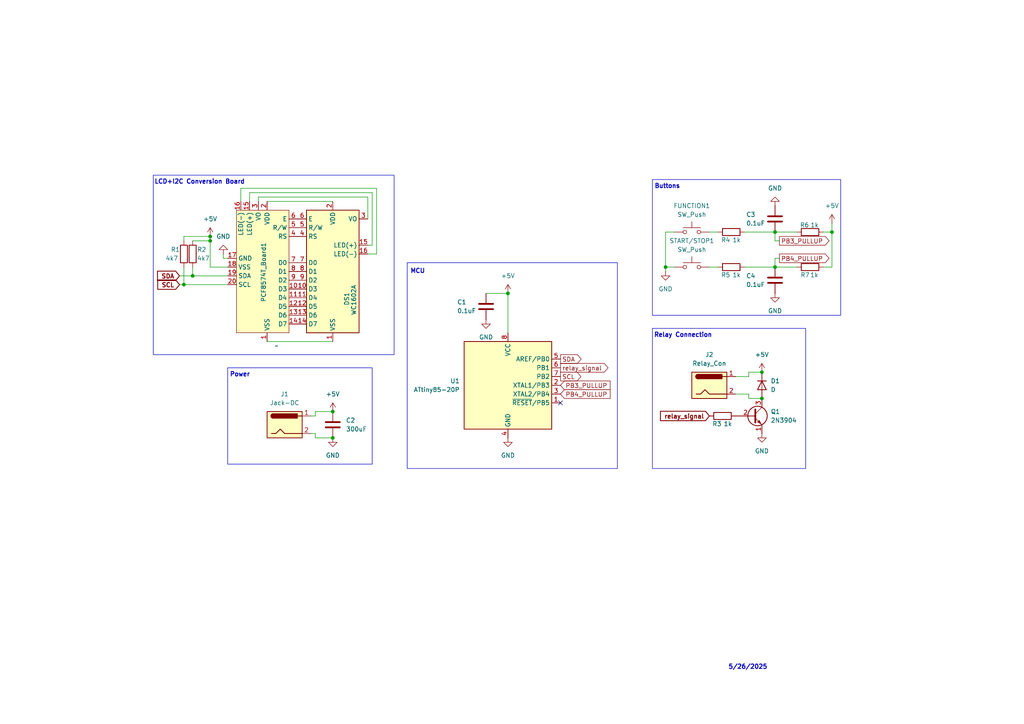
<source format=kicad_sch>
(kicad_sch (version 20231120) (generator "eeschema") (generator_version "8.0")
  (paper "A4")
  (lib_symbols
    (symbol "Connector:Jack-DC" (pin_names (offset 1.016))
      (property "Reference" "J" (at 0 5.334 0))
      (property "Value" "Jack-DC" (at 0 -5.08 0))
      (symbol "Jack-DC_0_1"
        (rectangle (start -5.08 3.81) (end 5.08 -3.81) (stroke (width 0.254)) (fill (type background)))
        (arc (start -3.302 3.175) (mid -3.9343 2.54) (end -3.302 1.905) (stroke (width 0.254)))
        (arc (start -3.302 3.175) (mid -3.9343 2.54) (end -3.302 1.905) (stroke (width 0.254)) (fill (type outline)))
        (polyline (pts (xy 5.08 2.54) (xy 3.81 2.54)) (stroke (width 0.254)))
        (polyline (pts (xy -3.81 -2.54) (xy -2.54 -2.54) (xy -1.27 -1.27) (xy 0 -2.54) (xy 2.54 -2.54) (xy 5.08 -2.54)) (stroke (width 0.254)))
        (rectangle (start 3.683 3.175) (end -3.302 1.905) (stroke (width 0.254)) (fill (type outline)))
      )
      (symbol "Jack-DC_1_1"
        (pin passive line (at 7.62 2.54 180) (length 2.54) (name "~") (number "1"))
        (pin passive line (at 7.62 -2.54 180) (length 2.54) (name "~") (number "2"))
      )
    )
    (symbol "Device:C" (pin_numbers hide) (pin_names (offset 0.254))
      (property "Reference" "C" (at 0.635 2.54 0))
      (property "Value" "C" (at 0.635 -2.54 0))
      (symbol "C_0_1"
        (polyline (pts (xy -2.032 -0.762) (xy 2.032 -0.762)) (stroke (width 0.508)))
        (polyline (pts (xy -2.032 0.762) (xy 2.032 0.762)) (stroke (width 0.508)))
      )
      (symbol "C_1_1"
        (pin passive line (at 0 3.81 270) (length 2.794) (name "~") (number "1"))
        (pin passive line (at 0 -3.81 90) (length 2.794) (name "~") (number "2"))
      )
    )
    (symbol "Device:D" (pin_numbers hide) (pin_names (offset 1.016) hide)
      (property "Reference" "D" (at 0 2.54 0))
      (property "Value" "D" (at 0 -2.54 0))
      (symbol "D_0_1"
        (polyline (pts (xy -1.27 1.27) (xy -1.27 -1.27)) (stroke (width 0.254)))
        (polyline (pts (xy 1.27 0) (xy -1.27 0)))
        (polyline (pts (xy 1.27 1.27) (xy 1.27 -1.27) (xy -1.27 0) (xy 1.27 1.27)) (stroke (width 0.254)))
      )
      (symbol "D_1_1"
        (pin passive line (at -3.81 0 0) (length 2.54) (name "K") (number "1"))
        (pin passive line (at 3.81 0 180) (length 2.54) (name "A") (number "2"))
      )
    )
    (symbol "Device:R" (pin_numbers hide) (pin_names (offset 0))
      (property "Reference" "R" (at 2.032 0 90))
      (property "Value" "R" (at 0 0 90))
      (symbol "R_0_1"
        (rectangle (start -1.016 -2.54) (end 1.016 2.54) (stroke (width 0.254)))
      )
      (symbol "R_1_1"
        (pin passive line (at 0 3.81 270) (length 1.27) (name "~") (number "1"))
        (pin passive line (at 0 -3.81 90) (length 1.27) (name "~") (number "2"))
      )
    )
    (symbol "Display_Character:WC1602A"
      (property "Reference" "DS1" (at 2.1941 22.86 0))
      (property "Value" "WC1602A" (at 2.1941 20.32 0))
      (symbol "WC1602A_1_1"
        (rectangle (start -7.62 17.78) (end 7.62 -17.78) (stroke (width 0.254)) (fill (type background)))
        (pin power_in line (at 0 -20.32 90) (length 2.54) (name "VSS") (number "1"))
        (pin input line (at -10.16 -5.08 0) (length 2.54) (name "D3") (number "10"))
        (pin input line (at -10.16 -7.62 0) (length 2.54) (name "D4") (number "11"))
        (pin input line (at -10.16 -10.16 0) (length 2.54) (name "D5") (number "12"))
        (pin input line (at -10.16 -12.7 0) (length 2.54) (name "D6") (number "13"))
        (pin input line (at -10.16 -15.24 0) (length 2.54) (name "D7") (number "14"))
        (pin power_in line (at 10.16 7.62 180) (length 2.54) (name "LED(+)") (number "15"))
        (pin power_in line (at 10.16 5.08 180) (length 2.54) (name "LED(-)") (number "16"))
        (pin power_in line (at 0 20.32 270) (length 2.54) (name "VDD") (number "2"))
        (pin input line (at 10.16 15.24 180) (length 2.54) (name "VO") (number "3"))
        (pin input line (at -10.16 10.16 0) (length 2.54) (name "RS") (number "4"))
        (pin input line (at -10.16 12.7 0) (length 2.54) (name "R/W") (number "5"))
        (pin input line (at -10.16 15.24 0) (length 2.54) (name "E") (number "6"))
        (pin input line (at -10.16 2.54 0) (length 2.54) (name "D0") (number "7"))
        (pin input line (at -10.16 0 0) (length 2.54) (name "D1") (number "8"))
        (pin input line (at -10.16 -2.54 0) (length 2.54) (name "D2") (number "9"))
      )
    )
    (symbol "MCU_Microchip_ATtiny:ATtiny85-20P"
      (property "Reference" "U" (at -12.7 13.97 0))
      (property "Value" "ATtiny85-20P" (at 2.54 -13.97 0))
      (symbol "ATtiny85-20P_0_1"
        (rectangle (start -12.7 -12.7) (end 12.7 12.7) (stroke (width 0.254)) (fill (type background)))
      )
      (symbol "ATtiny85-20P_1_1"
        (pin bidirectional line (at 15.24 -5.08 180) (length 2.54) (name "~{RESET}/PB5") (number "1"))
        (pin bidirectional line (at 15.24 0 180) (length 2.54) (name "XTAL1/PB3") (number "2"))
        (pin bidirectional line (at 15.24 -2.54 180) (length 2.54) (name "XTAL2/PB4") (number "3"))
        (pin power_in line (at 0 -15.24 90) (length 2.54) (name "GND") (number "4"))
        (pin bidirectional line (at 15.24 7.62 180) (length 2.54) (name "AREF/PB0") (number "5"))
        (pin bidirectional line (at 15.24 5.08 180) (length 2.54) (name "PB1") (number "6"))
        (pin bidirectional line (at 15.24 2.54 180) (length 2.54) (name "PB2") (number "7"))
        (pin power_in line (at 0 15.24 270) (length 2.54) (name "VCC") (number "8"))
      )
    )
    (symbol "Switch:SW_Push" (pin_numbers hide) (pin_names (offset 1.016) hide)
      (property "Reference" "SW" (at 1.27 2.54 0))
      (property "Value" "SW_Push" (at 0 -1.524 0))
      (symbol "SW_Push_0_1"
        (circle (center -2.032 0) (radius 0.508))
        (polyline (pts (xy 0 1.27) (xy 0 3.048)))
        (polyline (pts (xy 2.54 1.27) (xy -2.54 1.27)))
        (circle (center 2.032 0) (radius 0.508))
        (pin passive line (at -5.08 0 0) (length 2.54) (name "1") (number "1"))
        (pin passive line (at 5.08 0 180) (length 2.54) (name "2") (number "2"))
      )
    )
    (symbol "Transistor_BJT:2N3904" (pin_names (offset 0) hide)
      (property "Reference" "Q" (at 5.08 1.905 0))
      (property "Value" "2N3904" (at 5.08 0 0))
      (symbol "2N3904_0_1"
        (polyline (pts (xy 0.635 0.635) (xy 2.54 2.54)))
        (polyline (pts (xy 0.635 -0.635) (xy 2.54 -2.54) (xy 2.54 -2.54)))
        (polyline (pts (xy 0.635 1.905) (xy 0.635 -1.905) (xy 0.635 -1.905)) (stroke (width 0.508)))
        (polyline (pts (xy 1.27 -1.778) (xy 1.778 -1.27) (xy 2.286 -2.286) (xy 1.27 -1.778) (xy 1.27 -1.778)) (fill (type outline)))
        (circle (center 1.27 0) (radius 2.8194) (stroke (width 0.254)))
      )
      (symbol "2N3904_1_1"
        (pin passive line (at 2.54 -5.08 90) (length 2.54) (name "E") (number "1"))
        (pin passive line (at -5.08 0 0) (length 5.715) (name "B") (number "2"))
        (pin passive line (at 2.54 5.08 270) (length 2.54) (name "C") (number "3"))
      )
    )
    (symbol "custom_stuff:PCF8574T_Board"
      (property "Reference" "PCF8574T Board" (at 0.254 -1.016 90))
      (symbol "PCF8574T_Board_0_1"
        (rectangle (start -7.62 17.78) (end 7.62 -17.78) (fill (type background)))
      )
      (symbol "PCF8574T_Board_1_1"
        (pin output line (at 1.27 -20.32 90) (length 2.54) (name "VSS") (number "1"))
        (pin output line (at 10.16 -5.08 180) (length 2.54) (name "D3") (number "10"))
        (pin output line (at 10.16 -7.62 180) (length 2.54) (name "D4") (number "11"))
        (pin output line (at 10.16 -10.16 180) (length 2.54) (name "D5") (number "12"))
        (pin output line (at 10.16 -12.7 180) (length 2.54) (name "D6") (number "13"))
        (pin output line (at 10.16 -15.24 180) (length 2.54) (name "D7") (number "14"))
        (pin output line (at -3.81 20.32 270) (length 2.54) (name "LED(+)") (number "15"))
        (pin output line (at -6.35 20.32 270) (length 2.54) (name "LED(-)") (number "16"))
        (pin input line (at -10.16 3.81 0) (length 2.54) (name "GND") (number "17"))
        (pin input line (at -10.16 1.27 0) (length 2.54) (name "VSS") (number "18"))
        (pin input line (at -10.16 -1.27 0) (length 2.54) (name "SDA") (number "19"))
        (pin output line (at 1.27 20.32 270) (length 2.54) (name "VDD") (number "2"))
        (pin input line (at -10.16 -3.81 0) (length 2.54) (name "SCL") (number "20"))
        (pin output line (at -1.27 20.32 270) (length 2.54) (name "VO") (number "3"))
        (pin output line (at 10.16 10.16 180) (length 2.54) (name "RS") (number "4"))
        (pin output line (at 10.16 12.7 180) (length 2.54) (name "R/W") (number "5"))
        (pin output line (at 10.16 15.24 180) (length 2.54) (name "E") (number "6"))
        (pin output line (at 10.16 2.54 180) (length 2.54) (name "D0") (number "7"))
        (pin output line (at 10.16 0 180) (length 2.54) (name "D1") (number "8"))
        (pin output line (at 10.16 -2.54 180) (length 2.54) (name "D2") (number "9"))
      )
    )
    (symbol "power:+5V" (power) (pin_numbers hide) (pin_names (offset 0) hide)
      (property "Value" "+5V" (at 0 3.556 0))
      (symbol "+5V_0_1"
        (polyline (pts (xy -0.762 1.27) (xy 0 2.54)))
        (polyline (pts (xy 0 0) (xy 0 2.54)))
        (polyline (pts (xy 0 2.54) (xy 0.762 1.27)))
      )
      (symbol "+5V_1_1"
        (pin power_in line (at 0 0 90) (length 0) (name "~") (number "1"))
      )
    )
    (symbol "power:GND" (power) (pin_numbers hide) (pin_names (offset 0) hide)
      (property "Value" "GND" (at 0 -3.81 0))
      (symbol "GND_0_1"
        (polyline (pts (xy 0 0) (xy 0 -1.27) (xy 1.27 -1.27) (xy 0 -2.54) (xy -1.27 -1.27) (xy 0 -1.27)))
      )
      (symbol "GND_1_1"
        (pin power_in line (at 0 0 270) (length 0) (name "~") (number "1"))
      )
    )
  )
  (junction (at 220.98 107.95))
  (junction (at 53.34 82.55))
  (junction (at 60.96 68.58))
  (junction (at 55.88 80.01))
  (junction (at 224.79 77.47))
  (junction (at 241.3 67.31))
  (junction (at 147.32 85.09))
  (junction (at 96.52 127))
  (junction (at 193.04 77.47))
  (junction (at 60.96 69.85))
  (junction (at 224.79 67.31))
  (junction (at 96.52 119.38))
  (junction (at 220.98 115.57))
  (no_connect (at 162.56 116.84))
  (wire (pts (xy 109.22 54.61) (xy 109.22 73.66)))
  (wire (pts (xy 53.34 68.58) (xy 60.96 68.58)))
  (wire (pts (xy 109.22 73.66) (xy 106.68 73.66)))
  (wire (pts (xy 224.79 67.31) (xy 231.14 67.31)))
  (wire (pts (xy 72.39 55.88) (xy 107.95 55.88)))
  (wire (pts (xy 213.36 114.3) (xy 217.17 114.3)))
  (wire (pts (xy 60.96 77.47) (xy 66.04 77.47)))
  (wire (pts (xy 55.88 69.85) (xy 60.96 69.85)))
  (wire (pts (xy 90.17 125.73) (xy 91.44 125.73)))
  (wire (pts (xy 53.34 82.55) (xy 66.04 82.55)))
  (wire (pts (xy 69.85 54.61) (xy 109.22 54.61)))
  (wire (pts (xy 91.44 120.65) (xy 91.44 119.38)))
  (wire (pts (xy 226.06 69.85) (xy 224.79 69.85)))
  (wire (pts (xy 60.96 68.58) (xy 60.96 69.85)))
  (wire (pts (xy 60.96 69.85) (xy 60.96 77.47)))
  (wire (pts (xy 217.17 115.57) (xy 220.98 115.57)))
  (wire (pts (xy 91.44 125.73) (xy 91.44 127)))
  (wire (pts (xy 215.9 67.31) (xy 224.79 67.31)))
  (wire (pts (xy 74.93 57.15) (xy 106.68 57.15)))
  (wire (pts (xy 106.68 57.15) (xy 106.68 63.5)))
  (wire (pts (xy 238.76 77.47) (xy 241.3 77.47)))
  (wire (pts (xy 53.34 77.47) (xy 53.34 82.55)))
  (wire (pts (xy 90.17 120.65) (xy 91.44 120.65)))
  (wire (pts (xy 217.17 114.3) (xy 217.17 115.57)))
  (wire (pts (xy 53.34 69.85) (xy 53.34 68.58)))
  (wire (pts (xy 147.32 85.09) (xy 147.32 96.52)))
  (wire (pts (xy 205.74 67.31) (xy 208.28 67.31)))
  (wire (pts (xy 193.04 78.74) (xy 193.04 77.47)))
  (wire (pts (xy 224.79 67.31) (xy 224.79 69.85)))
  (wire (pts (xy 91.44 119.38) (xy 96.52 119.38)))
  (wire (pts (xy 241.3 64.77) (xy 241.3 67.31)))
  (wire (pts (xy 55.88 77.47) (xy 55.88 80.01)))
  (wire (pts (xy 193.04 77.47) (xy 195.58 77.47)))
  (wire (pts (xy 217.17 109.22) (xy 217.17 107.95)))
  (wire (pts (xy 91.44 127) (xy 96.52 127)))
  (wire (pts (xy 205.74 77.47) (xy 208.28 77.47)))
  (wire (pts (xy 64.77 74.93) (xy 64.77 73.66)))
  (wire (pts (xy 74.93 58.42) (xy 74.93 57.15)))
  (wire (pts (xy 241.3 77.47) (xy 241.3 67.31)))
  (wire (pts (xy 147.32 85.09) (xy 140.97 85.09)))
  (wire (pts (xy 72.39 58.42) (xy 72.39 55.88)))
  (wire (pts (xy 66.04 74.93) (xy 64.77 74.93)))
  (wire (pts (xy 107.95 71.12) (xy 106.68 71.12)))
  (wire (pts (xy 224.79 77.47) (xy 231.14 77.47)))
  (wire (pts (xy 52.07 80.01) (xy 55.88 80.01)))
  (wire (pts (xy 215.9 77.47) (xy 224.79 77.47)))
  (wire (pts (xy 226.06 74.93) (xy 224.79 74.93)))
  (wire (pts (xy 52.07 82.55) (xy 53.34 82.55)))
  (wire (pts (xy 224.79 74.93) (xy 224.79 77.47)))
  (wire (pts (xy 77.47 99.06) (xy 96.52 99.06)))
  (wire (pts (xy 107.95 55.88) (xy 107.95 71.12)))
  (wire (pts (xy 193.04 77.47) (xy 193.04 67.31)))
  (wire (pts (xy 55.88 80.01) (xy 66.04 80.01)))
  (wire (pts (xy 77.47 58.42) (xy 96.52 58.42)))
  (wire (pts (xy 217.17 107.95) (xy 220.98 107.95)))
  (wire (pts (xy 213.36 109.22) (xy 217.17 109.22)))
  (wire (pts (xy 193.04 67.31) (xy 195.58 67.31)))
  (wire (pts (xy 69.85 58.42) (xy 69.85 54.61)))
  (wire (pts (xy 238.76 67.31) (xy 241.3 67.31)))
  (rectangle (start 66.04 106.68) (end 107.95 134.62))
  (rectangle (start 189.23 95.25) (end 233.68 135.89))
  (rectangle (start 189.23 52.07) (end 243.84 91.44))
  (rectangle (start 44.45 50.8) (end 114.3 102.87))
  (rectangle (start 118.11 76.2) (end 179.07 135.89))
  (text "Relay Connection" (at 198.12 97.282 0) (effects (font (size 1.27 1.27) (thickness 0.254) (bold yes))))
  (text "Power" (at 69.596 108.712 0) (effects (font (size 1.27 1.27) (thickness 0.254) (bold yes))))
  (text "5/26/2025" (at 216.916 193.548 0) (effects (font (size 1.27 1.27) (thickness 0.254) (bold yes))))
  (text "Buttons" (at 193.548 54.102 0) (effects (font (size 1.27 1.27) (thickness 0.254) (bold yes))))
  (text "MCU" (at 121.158 78.74 0) (effects (font (size 1.27 1.27) (thickness 0.254) (bold yes))))
  (text "LCD+I2C Conversion Board" (at 57.912 52.832 0) (effects (font (size 1.27 1.27) (thickness 0.254) (bold yes))))
  (global_label "PB3_PULLUP" (shape input) (at 162.56 111.76 0) (property "Intersheetrefs" "${INTERSHEET_REFS}" (effects (hide yes))))
  (global_label "relay_signal" (shape input) (at 205.74 120.65 180) (effects (font (thickness 0.254) (bold yes))) (property "Intersheetrefs" "${INTERSHEET_REFS}" (effects (hide yes))))
  (global_label "SDA" (shape input) (at 52.07 80.01 180) (effects (font (thickness 0.254) (bold yes))) (property "Intersheetrefs" "${INTERSHEET_REFS}" (effects (hide yes))))
  (global_label "PB4_PULLUP" (shape input) (at 162.56 114.3 0) (property "Intersheetrefs" "${INTERSHEET_REFS}" (effects (hide yes))))
  (global_label "SCL" (shape output) (at 162.56 109.22 0) (property "Intersheetrefs" "${INTERSHEET_REFS}" (effects (hide yes))))
  (global_label "SCL" (shape input) (at 52.07 82.55 180) (effects (font (thickness 0.254) (bold yes))) (property "Intersheetrefs" "${INTERSHEET_REFS}" (effects (hide yes))))
  (global_label "PB4_PULLUP" (shape output) (at 226.06 74.93 0) (property "Intersheetrefs" "${INTERSHEET_REFS}" (effects (hide yes))))
  (global_label "SDA" (shape output) (at 162.56 104.14 0) (property "Intersheetrefs" "${INTERSHEET_REFS}" (effects (hide yes))))
  (global_label "relay_signal" (shape output) (at 162.56 106.68 0) (property "Intersheetrefs" "${INTERSHEET_REFS}" (effects (hide yes))))
  (global_label "PB3_PULLUP" (shape output) (at 226.06 69.85 0) (property "Intersheetrefs" "${INTERSHEET_REFS}" (effects (hide yes))))
  (symbol (lib_id "power:GND") (at 220.98 125.73 0) (unit 1)
    (property "Reference" "#PWR08" (effects (hide yes)))
    (property "Value" "GND" (at 220.98 130.81 0))
    (property "Description" "Power symbol creates a global label with name \"GND\" , ground" (effects (hide yes)))
  )
  (symbol (lib_id "Device:R") (at 212.09 77.47 90) (unit 1)
    (property "Reference" "R5" (at 211.836 79.756 90) (effects (justify left)))
    (property "Value" "1k" (at 214.884 79.756 90) (effects (justify left)))
    (property "Footprint" "Resistor_THT:R_Axial_DIN0204_L3.6mm_D1.6mm_P2.54mm_Vertical" (effects (hide yes)))
    (property "Description" "Resistor" (effects (hide yes)))
  )
  (symbol (lib_id "power:GND") (at 193.04 78.74 0) (unit 1)
    (property "Reference" "#PWR010" (effects (hide yes)))
    (property "Value" "GND" (at 193.04 83.82 0))
    (property "Description" "Power symbol creates a global label with name \"GND\" , ground" (effects (hide yes)))
  )
  (symbol (lib_id "Switch:SW_Push") (at 200.66 77.47 0) (unit 1)
    (property "Reference" "START/STOP1" (at 200.66 69.85 0))
    (property "Value" "SW_Push" (at 200.66 72.39 0))
    (property "Footprint" "Button_Switch_THT:SW_PUSH-12mm" (effects (hide yes)))
    (property "Description" "Push button switch, generic, two pins" (effects (hide yes)))
  )
  (symbol (lib_id "power:+5V") (at 60.96 68.58 0) (unit 1)
    (property "Reference" "#PWR02" (effects (hide yes)))
    (property "Value" "+5V" (at 60.96 63.5 0))
    (property "Description" "Power symbol creates a global label with name \"+5V\"" (effects (hide yes)))
  )
  (symbol (lib_id "power:GND") (at 140.97 92.71 0) (unit 1)
    (property "Reference" "#PWR04" (effects (hide yes)))
    (property "Value" "GND" (at 140.97 97.79 0))
    (property "Description" "Power symbol creates a global label with name \"GND\" , ground" (effects (hide yes)))
  )
  (symbol (lib_id "Device:C") (at 96.52 123.19 0) (unit 1)
    (property "Reference" "C2" (at 100.33 121.9199 0) (effects (justify left)))
    (property "Value" "300uF" (at 100.33 124.4599 0) (effects (justify left)))
    (property "Footprint" "Capacitor_THT:C_Radial_D10.0mm_H12.5mm_P5.00mm" (effects (hide yes)))
    (property "Description" "Unpolarized capacitor" (effects (hide yes)))
  )
  (symbol (lib_id "Device:C") (at 224.79 63.5 180) (unit 1)
    (property "Reference" "C3" (at 216.408 62.23 0) (effects (justify right)))
    (property "Value" "0.1uF" (at 216.408 64.77 0) (effects (justify right)))
    (property "Footprint" "Capacitor_THT:C_Disc_D3.0mm_W1.6mm_P2.50mm" (effects (hide yes)))
    (property "Description" "Unpolarized capacitor" (effects (hide yes)))
  )
  (symbol (lib_id "Device:R") (at 212.09 67.31 90) (unit 1)
    (property "Reference" "R4" (at 211.836 69.596 90) (effects (justify left)))
    (property "Value" "1k" (at 214.884 69.596 90) (effects (justify left)))
    (property "Footprint" "Resistor_THT:R_Axial_DIN0204_L3.6mm_D1.6mm_P2.54mm_Vertical" (effects (hide yes)))
    (property "Description" "Resistor" (effects (hide yes)))
  )
  (symbol (lib_id "power:+5V") (at 220.98 107.95 0) (unit 1)
    (property "Reference" "#PWR09" (effects (hide yes)))
    (property "Value" "+5V" (at 220.98 102.87 0))
    (property "Description" "Power symbol creates a global label with name \"+5V\"" (effects (hide yes)))
  )
  (symbol (lib_id "Device:C") (at 140.97 88.9 180) (unit 1)
    (property "Reference" "C1" (at 132.588 87.63 0) (effects (justify right)))
    (property "Value" "0.1uF" (at 132.588 90.17 0) (effects (justify right)))
    (property "Footprint" "Capacitor_THT:C_Disc_D3.0mm_W1.6mm_P2.50mm" (effects (hide yes)))
    (property "Description" "Unpolarized capacitor" (effects (hide yes)))
  )
  (symbol (lib_id "Connector:Jack-DC") (at 205.74 111.76 0) (unit 1)
    (property "Reference" "J2" (at 205.74 102.87 0))
    (property "Value" "Relay_Con" (at 205.74 105.41 0))
    (property "Footprint" "Connector_BarrelJack:BarrelJack_GCT_DCJ200-10-A_Horizontal" (effects (hide yes)))
    (property "Description" "DC Barrel Jack" (effects (hide yes)))
  )
  (symbol (lib_id "Switch:SW_Push") (at 200.66 67.31 0) (unit 1)
    (property "Reference" "FUNCTION1" (at 200.66 59.69 0))
    (property "Value" "SW_Push" (at 200.66 62.23 0))
    (property "Footprint" "Button_Switch_THT:SW_PUSH-12mm" (effects (hide yes)))
    (property "Description" "Push button switch, generic, two pins" (effects (hide yes)))
  )
  (symbol (lib_id "power:+5V") (at 147.32 85.09 0) (unit 1)
    (property "Reference" "#PWR03" (effects (hide yes)))
    (property "Value" "+5V" (at 147.32 80.01 0))
    (property "Description" "Power symbol creates a global label with name \"+5V\"" (effects (hide yes)))
  )
  (symbol (lib_id "power:GND") (at 224.79 59.69 180) (unit 1)
    (property "Reference" "#PWR013" (effects (hide yes)))
    (property "Value" "GND" (at 224.79 54.61 0))
    (property "Description" "Power symbol creates a global label with name \"GND\" , ground" (effects (hide yes)))
  )
  (symbol (lib_id "power:GND") (at 64.77 73.66 180) (unit 1)
    (property "Reference" "#PWR01" (effects (hide yes)))
    (property "Value" "GND" (at 64.77 68.58 0))
    (property "Description" "Power symbol creates a global label with name \"GND\" , ground" (effects (hide yes)))
  )
  (symbol (lib_id "Device:R") (at 55.88 73.66 0) (unit 1)
    (property "Reference" "R2" (at 57.15 72.39 0) (effects (justify left)))
    (property "Value" "4k7" (at 57.15 74.93 0) (effects (justify left)))
    (property "Footprint" "Resistor_THT:R_Axial_DIN0204_L3.6mm_D1.6mm_P2.54mm_Vertical" (effects (hide yes)))
    (property "Description" "Resistor" (effects (hide yes)))
  )
  (symbol (lib_id "Connector:Jack-DC") (at 82.55 123.19 0) (unit 1)
    (property "Reference" "J1" (at 82.55 114.3 0))
    (property "Value" "Jack-DC" (at 82.55 116.84 0))
    (property "Footprint" "Connector_BarrelJack:BarrelJack_GCT_DCJ200-10-A_Horizontal" (effects (hide yes)))
    (property "Description" "DC Barrel Jack" (effects (hide yes)))
  )
  (symbol (lib_id "power:GND") (at 224.79 85.09 0) (unit 1)
    (property "Reference" "#PWR012" (effects (hide yes)))
    (property "Value" "GND" (at 224.79 90.17 0))
    (property "Description" "Power symbol creates a global label with name \"GND\" , ground" (effects (hide yes)))
  )
  (symbol (lib_id "Device:R") (at 234.95 77.47 270) (unit 1)
    (property "Reference" "R7" (at 232.156 79.756 90) (effects (justify left)))
    (property "Value" "1k" (at 234.95 79.756 90) (effects (justify left)))
    (property "Footprint" "Resistor_THT:R_Axial_DIN0204_L3.6mm_D1.6mm_P2.54mm_Vertical" (effects (hide yes)))
    (property "Description" "Resistor" (effects (hide yes)))
  )
  (symbol (lib_id "Device:R") (at 53.34 73.66 0) (unit 1)
    (property "Reference" "R1" (at 49.53 72.39 0) (effects (justify left)))
    (property "Value" "4k7" (at 48.006 74.93 0) (effects (justify left)))
    (property "Footprint" "Resistor_THT:R_Axial_DIN0204_L3.6mm_D1.6mm_P2.54mm_Vertical" (effects (hide yes)))
    (property "Description" "Resistor" (effects (hide yes)))
  )
  (symbol (lib_id "Device:R") (at 234.95 67.31 90) (unit 1)
    (property "Reference" "R6" (at 234.696 65.278 90) (effects (justify left)))
    (property "Value" "1k" (at 237.49 65.278 90) (effects (justify left)))
    (property "Footprint" "Resistor_THT:R_Axial_DIN0204_L3.6mm_D1.6mm_P2.54mm_Vertical" (effects (hide yes)))
    (property "Description" "Resistor" (effects (hide yes)))
  )
  (symbol (lib_id "Device:D") (at 220.98 111.76 270) (unit 1)
    (property "Reference" "D1" (at 223.52 110.4899 90) (effects (justify left)))
    (property "Value" "D" (at 223.52 113.0299 90) (effects (justify left)))
    (property "Footprint" "Diode_THT:D_DO-41_SOD81_P2.54mm_Vertical_KathodeUp" (effects (hide yes)))
    (property "Description" "Diode" (effects (hide yes)))
    (property "Sim.Device" "D" (effects (hide yes)))
    (property "Sim.Pins" "1=K 2=A" (effects (hide yes)))
  )
  (symbol (lib_id "power:+5V") (at 241.3 64.77 0) (unit 1)
    (property "Reference" "#PWR011" (effects (hide yes)))
    (property "Value" "+5V" (at 241.3 59.69 0))
    (property "Description" "Power symbol creates a global label with name \"+5V\"" (effects (hide yes)))
  )
  (symbol (lib_id "power:GND") (at 96.52 127 0) (unit 1)
    (property "Reference" "#PWR07" (effects (hide yes)))
    (property "Value" "GND" (at 96.52 132.08 0))
    (property "Description" "Power symbol creates a global label with name \"GND\" , ground" (effects (hide yes)))
  )
  (symbol (lib_id "Device:C") (at 224.79 81.28 180) (unit 1)
    (property "Reference" "C4" (at 216.408 80.01 0) (effects (justify right)))
    (property "Value" "0.1uF" (at 216.408 82.55 0) (effects (justify right)))
    (property "Footprint" "Capacitor_THT:C_Disc_D3.0mm_W1.6mm_P2.50mm" (effects (hide yes)))
    (property "Description" "Unpolarized capacitor" (effects (hide yes)))
  )
  (symbol (lib_id "Display_Character:WC1602A") (at 96.52 78.74 0) (unit 1)
    (property "Reference" "DS1" (at 100.584 88.646 90) (effects (justify left)))
    (property "Value" "WC1602A" (at 102.616 91.44 90) (effects (justify left)))
    (property "Footprint" "Display:WC1602A" (effects (hide yes)))
    (property "Datasheet" "http://www.wincomlcd.com/pdf/WC1602A-SFYLYHTC06.pdf" (effects (hide yes)))
    (property "Description" "LCD 16x2 Alphanumeric , 8 bit parallel bus, 5V VDD" (effects (hide yes)))
  )
  (symbol (lib_id "power:+5V") (at 96.52 119.38 0) (unit 1)
    (property "Reference" "#PWR06" (effects (hide yes)))
    (property "Value" "+5V" (at 96.52 114.3 0))
    (property "Description" "Power symbol creates a global label with name \"+5V\"" (effects (hide yes)))
  )
  (symbol (lib_id "power:GND") (at 147.32 127 0) (unit 1)
    (property "Reference" "#PWR05" (effects (hide yes)))
    (property "Value" "GND" (at 147.32 132.08 0))
    (property "Description" "Power symbol creates a global label with name \"GND\" , ground" (effects (hide yes)))
  )
  (symbol (lib_id "Transistor_BJT:2N3904") (at 218.44 120.65 0) (unit 1)
    (property "Reference" "Q1" (at 223.52 119.3799 0) (effects (justify left)))
    (property "Value" "2N3904" (at 223.52 121.9199 0) (effects (justify left)))
    (property "Footprint" "Package_TO_SOT_THT:TO-92" (effects (hide yes)))
    (property "Datasheet" "https://www.onsemi.com/pub/Collateral/2N3903-D.PDF" (effects (hide yes)))
    (property "Description" "0.2A Ic, 40V Vce, Small Signal NPN Transistor, TO-92" (effects (hide yes)))
  )
  (symbol (lib_id "MCU_Microchip_ATtiny:ATtiny85-20P") (at 147.32 111.76 0) (unit 1)
    (property "Reference" "U1" (at 133.35 110.4899 0) (effects (justify right)))
    (property "Value" "ATtiny85-20P" (at 133.35 113.0299 0) (effects (justify right)))
    (property "Footprint" "Package_DIP:DIP-8_W7.62mm" (effects (hide yes)))
    (property "Datasheet" "http://ww1.microchip.com/downloads/en/DeviceDoc/atmel-2586-avr-8-bit-microcontroller-attiny25-attiny45-attiny85_datasheet.pdf" (effects (hide yes)))
    (property "Description" "20MHz, 8kB Flash, 512B SRAM, 512B EEPROM, debugWIRE, DIP-8" (effects (hide yes)))
  )
  (symbol (lib_id "Device:R") (at 209.55 120.65 90) (unit 1)
    (property "Reference" "R3" (at 209.296 122.936 90) (effects (justify left)))
    (property "Value" "1k" (at 212.344 122.936 90) (effects (justify left)))
    (property "Footprint" "Resistor_THT:R_Axial_DIN0204_L3.6mm_D1.6mm_P2.54mm_Vertical" (effects (hide yes)))
    (property "Description" "Resistor" (effects (hide yes)))
  )
  (symbol (lib_id "custom_stuff:PCF8574T_Board") (at 76.2 78.74 0) (unit 1)
    (property "Reference" "PCF8574T_Board1" (at 76.454 87.63 90) (effects (justify left)))
    (property "Value" "~" (at 79.6641 100.33 0) (effects (justify left)))
    (property "Footprint" "custom_stuff:PCF8574T" (effects (hide yes)))
  )
)
</source>
